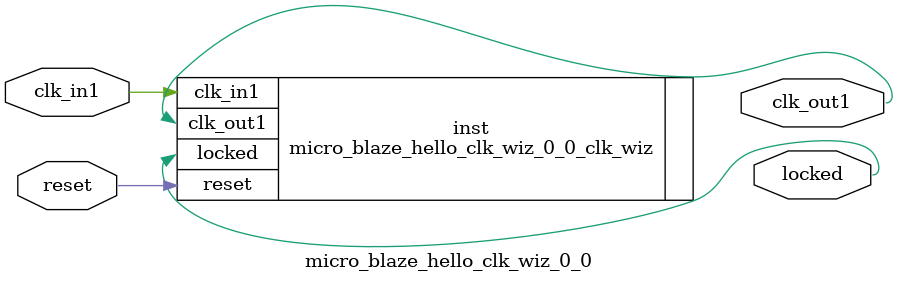
<source format=v>


`timescale 1ps/1ps

(* CORE_GENERATION_INFO = "micro_blaze_hello_clk_wiz_0_0,clk_wiz_v6_0_4_0_0,{component_name=micro_blaze_hello_clk_wiz_0_0,use_phase_alignment=true,use_min_o_jitter=false,use_max_i_jitter=false,use_dyn_phase_shift=false,use_inclk_switchover=false,use_dyn_reconfig=false,enable_axi=0,feedback_source=FDBK_AUTO,PRIMITIVE=MMCM,num_out_clk=1,clkin1_period=10.000,clkin2_period=10.000,use_power_down=false,use_reset=true,use_locked=true,use_inclk_stopped=false,feedback_type=SINGLE,CLOCK_MGR_TYPE=NA,manual_override=false}" *)

module micro_blaze_hello_clk_wiz_0_0 
 (
  // Clock out ports
  output        clk_out1,
  // Status and control signals
  input         reset,
  output        locked,
 // Clock in ports
  input         clk_in1
 );

  micro_blaze_hello_clk_wiz_0_0_clk_wiz inst
  (
  // Clock out ports  
  .clk_out1(clk_out1),
  // Status and control signals               
  .reset(reset), 
  .locked(locked),
 // Clock in ports
  .clk_in1(clk_in1)
  );

endmodule

</source>
